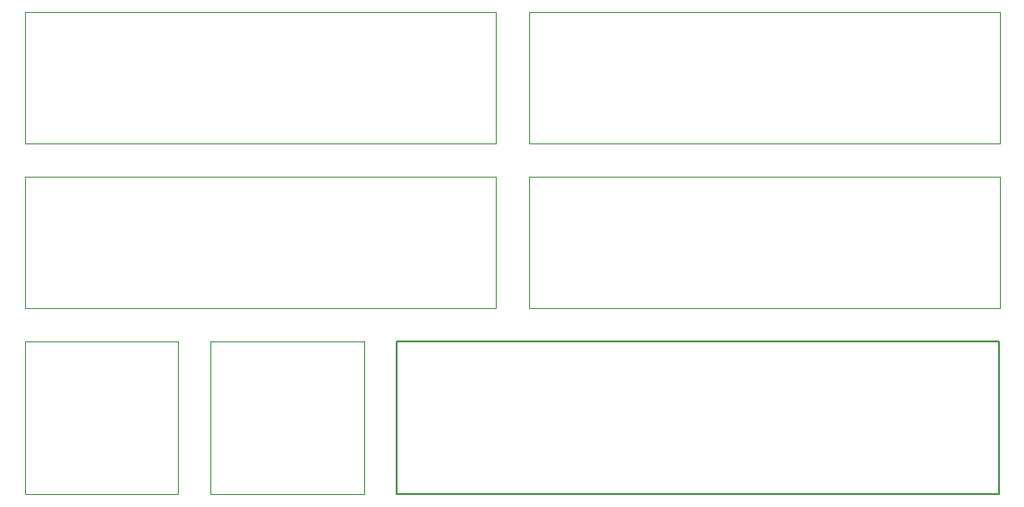
<source format=gbr>
G04 #@! TF.GenerationSoftware,KiCad,Pcbnew,(5.1.4)-1*
G04 #@! TF.CreationDate,2020-11-21T16:43:21-08:00*
G04 #@! TF.ProjectId,ufc_v4_displays_panel,7566635f-7634-45f6-9469-73706c617973,rev?*
G04 #@! TF.SameCoordinates,Original*
G04 #@! TF.FileFunction,Drawing*
%FSLAX46Y46*%
G04 Gerber Fmt 4.6, Leading zero omitted, Abs format (unit mm)*
G04 Created by KiCad (PCBNEW (5.1.4)-1) date 2020-11-21 16:43:21*
%MOMM*%
%LPD*%
G04 APERTURE LIST*
%ADD10C,0.050000*%
%ADD11C,0.150000*%
G04 APERTURE END LIST*
D10*
X64637500Y-91167000D02*
X64637500Y-77167000D01*
X78637500Y-77167000D02*
X78637500Y-91167000D01*
X64637500Y-77167000D02*
X78637500Y-77167000D01*
X78637500Y-91167000D02*
X64637500Y-91167000D01*
X47637500Y-91167000D02*
X47637500Y-77167000D01*
X61637500Y-77167000D02*
X61637500Y-91167000D01*
X47637500Y-77167000D02*
X61637500Y-77167000D01*
X61637500Y-91167000D02*
X47637500Y-91167000D01*
X47637500Y-62102000D02*
X47637500Y-74167000D01*
X47637500Y-74167000D02*
X90690500Y-74167000D01*
X90690500Y-62102000D02*
X90563500Y-62102000D01*
X90563500Y-62102000D02*
X47637500Y-62102000D01*
X90690500Y-74167000D02*
X90690500Y-62102000D01*
X93687500Y-62102000D02*
X93687500Y-74167000D01*
X93687500Y-74167000D02*
X136740500Y-74167000D01*
X136740500Y-62102000D02*
X136613500Y-62102000D01*
X136613500Y-62102000D02*
X93687500Y-62102000D01*
X136740500Y-74167000D02*
X136740500Y-62102000D01*
X93687500Y-47042000D02*
X93687500Y-59107000D01*
X93687500Y-59107000D02*
X136740500Y-59107000D01*
X136740500Y-47042000D02*
X136613500Y-47042000D01*
X136613500Y-47042000D02*
X93687500Y-47042000D01*
X136740500Y-59107000D02*
X136740500Y-47042000D01*
X47637500Y-47042000D02*
X47637500Y-59107000D01*
X47637500Y-59107000D02*
X90690500Y-59107000D01*
X90690500Y-47042000D02*
X90563500Y-47042000D01*
X90563500Y-47042000D02*
X47637500Y-47042000D01*
X90690500Y-59107000D02*
X90690500Y-47042000D01*
D11*
X136637500Y-91167000D02*
X136637500Y-77167000D01*
X81637500Y-91167000D02*
X136637500Y-91167000D01*
X81637500Y-77167000D02*
X81637500Y-91167000D01*
X81637500Y-77167000D02*
X136637500Y-77167000D01*
D10*
X64637500Y-91167000D02*
X64637500Y-77167000D01*
X78637500Y-77167000D02*
X78637500Y-91167000D01*
X78637500Y-91167000D02*
X64637500Y-91167000D01*
X64637500Y-77167000D02*
X78637500Y-77167000D01*
X47637500Y-91167000D02*
X47637500Y-77167000D01*
X61637500Y-91167000D02*
X47637500Y-91167000D01*
X61637500Y-77167000D02*
X61637500Y-91167000D01*
X47637500Y-77167000D02*
X61637500Y-77167000D01*
X136740500Y-74167000D02*
X136740500Y-62102000D01*
X90690500Y-74167000D02*
X90690500Y-62102000D01*
X136740500Y-59107000D02*
X136740500Y-47042000D01*
X93687500Y-62102000D02*
X93687500Y-74167000D01*
X47637500Y-62102000D02*
X47637500Y-74167000D01*
X93687500Y-47042000D02*
X93687500Y-59107000D01*
X93687500Y-74167000D02*
X136740500Y-74167000D01*
X47637500Y-74167000D02*
X90690500Y-74167000D01*
X93687500Y-59107000D02*
X136740500Y-59107000D01*
X136740500Y-62102000D02*
X93687500Y-62102000D01*
X90690500Y-62102000D02*
X47637500Y-62102000D01*
X136740500Y-47042000D02*
X93687500Y-47042000D01*
X90690500Y-59107000D02*
X90690500Y-47042000D01*
X47637500Y-59107000D02*
X90690500Y-59107000D01*
X47637500Y-47042000D02*
X47637500Y-59107000D01*
X90690500Y-47042000D02*
X47637500Y-47042000D01*
M02*

</source>
